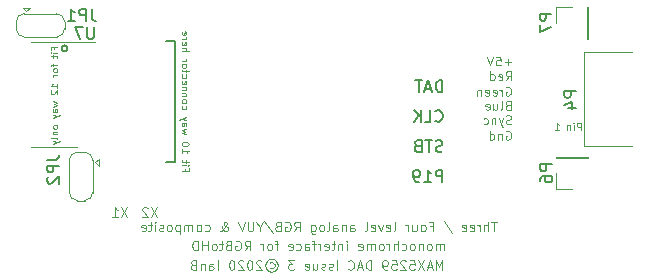
<source format=gbo>
G04 #@! TF.GenerationSoftware,KiCad,Pcbnew,(5.1.4)-1*
G04 #@! TF.CreationDate,2020-02-28T17:04:00+00:00*
G04 #@! TF.ProjectId,analog,616e616c-6f67-42e6-9b69-6361645f7063,rev?*
G04 #@! TF.SameCoordinates,Original*
G04 #@! TF.FileFunction,Legend,Bot*
G04 #@! TF.FilePolarity,Positive*
%FSLAX46Y46*%
G04 Gerber Fmt 4.6, Leading zero omitted, Abs format (unit mm)*
G04 Created by KiCad (PCBNEW (5.1.4)-1) date 2020-02-28 17:04:00*
%MOMM*%
%LPD*%
G04 APERTURE LIST*
%ADD10C,0.120000*%
%ADD11C,0.100000*%
%ADD12C,0.150000*%
G04 APERTURE END LIST*
D10*
X40925219Y-48390864D02*
X40391885Y-49190864D01*
X40391885Y-48390864D02*
X40925219Y-49190864D01*
X40125219Y-48467055D02*
X40087123Y-48428960D01*
X40010933Y-48390864D01*
X39820457Y-48390864D01*
X39744266Y-48428960D01*
X39706171Y-48467055D01*
X39668076Y-48543245D01*
X39668076Y-48619436D01*
X39706171Y-48733721D01*
X40163314Y-49190864D01*
X39668076Y-49190864D01*
X38385219Y-48390864D02*
X37851885Y-49190864D01*
X37851885Y-48390864D02*
X38385219Y-49190864D01*
X37128076Y-49190864D02*
X37585219Y-49190864D01*
X37356647Y-49190864D02*
X37356647Y-48390864D01*
X37432838Y-48505150D01*
X37509028Y-48581340D01*
X37585219Y-48619436D01*
D11*
X76773454Y-41835988D02*
X76773454Y-41235988D01*
X76544882Y-41235988D01*
X76487740Y-41264560D01*
X76459168Y-41293131D01*
X76430597Y-41350274D01*
X76430597Y-41435988D01*
X76459168Y-41493131D01*
X76487740Y-41521702D01*
X76544882Y-41550274D01*
X76773454Y-41550274D01*
X76173454Y-41835988D02*
X76173454Y-41435988D01*
X76173454Y-41235988D02*
X76202025Y-41264560D01*
X76173454Y-41293131D01*
X76144882Y-41264560D01*
X76173454Y-41235988D01*
X76173454Y-41293131D01*
X75887740Y-41435988D02*
X75887740Y-41835988D01*
X75887740Y-41493131D02*
X75859168Y-41464560D01*
X75802025Y-41435988D01*
X75716311Y-41435988D01*
X75659168Y-41464560D01*
X75630597Y-41521702D01*
X75630597Y-41835988D01*
X74573454Y-41835988D02*
X74916311Y-41835988D01*
X74744882Y-41835988D02*
X74744882Y-41235988D01*
X74802025Y-41321702D01*
X74859168Y-41378845D01*
X74916311Y-41407417D01*
X43317657Y-45145245D02*
X43317657Y-45345245D01*
X43003371Y-45345245D02*
X43603371Y-45345245D01*
X43603371Y-45059531D01*
X43003371Y-44830960D02*
X43403371Y-44830960D01*
X43603371Y-44830960D02*
X43574800Y-44859531D01*
X43546228Y-44830960D01*
X43574800Y-44802388D01*
X43603371Y-44830960D01*
X43546228Y-44830960D01*
X43403371Y-44630960D02*
X43403371Y-44402388D01*
X43603371Y-44545245D02*
X43089085Y-44545245D01*
X43031942Y-44516674D01*
X43003371Y-44459531D01*
X43003371Y-44402388D01*
X43003371Y-43430960D02*
X43003371Y-43773817D01*
X43003371Y-43602388D02*
X43603371Y-43602388D01*
X43517657Y-43659531D01*
X43460514Y-43716674D01*
X43431942Y-43773817D01*
X43603371Y-43059531D02*
X43603371Y-43002388D01*
X43574800Y-42945245D01*
X43546228Y-42916674D01*
X43489085Y-42888102D01*
X43374800Y-42859531D01*
X43231942Y-42859531D01*
X43117657Y-42888102D01*
X43060514Y-42916674D01*
X43031942Y-42945245D01*
X43003371Y-43002388D01*
X43003371Y-43059531D01*
X43031942Y-43116674D01*
X43060514Y-43145245D01*
X43117657Y-43173817D01*
X43231942Y-43202388D01*
X43374800Y-43202388D01*
X43489085Y-43173817D01*
X43546228Y-43145245D01*
X43574800Y-43116674D01*
X43603371Y-43059531D01*
X43403371Y-42202388D02*
X43003371Y-42088102D01*
X43289085Y-41973817D01*
X43003371Y-41859531D01*
X43403371Y-41745245D01*
X43003371Y-41259531D02*
X43317657Y-41259531D01*
X43374800Y-41288102D01*
X43403371Y-41345245D01*
X43403371Y-41459531D01*
X43374800Y-41516674D01*
X43031942Y-41259531D02*
X43003371Y-41316674D01*
X43003371Y-41459531D01*
X43031942Y-41516674D01*
X43089085Y-41545245D01*
X43146228Y-41545245D01*
X43203371Y-41516674D01*
X43231942Y-41459531D01*
X43231942Y-41316674D01*
X43260514Y-41259531D01*
X43403371Y-41030960D02*
X43003371Y-40888102D01*
X43403371Y-40745245D02*
X43003371Y-40888102D01*
X42860514Y-40945245D01*
X42831942Y-40973817D01*
X42803371Y-41030960D01*
X43031942Y-39802388D02*
X43003371Y-39859531D01*
X43003371Y-39973817D01*
X43031942Y-40030960D01*
X43060514Y-40059531D01*
X43117657Y-40088102D01*
X43289085Y-40088102D01*
X43346228Y-40059531D01*
X43374800Y-40030960D01*
X43403371Y-39973817D01*
X43403371Y-39859531D01*
X43374800Y-39802388D01*
X43003371Y-39459531D02*
X43031942Y-39516674D01*
X43060514Y-39545245D01*
X43117657Y-39573817D01*
X43289085Y-39573817D01*
X43346228Y-39545245D01*
X43374800Y-39516674D01*
X43403371Y-39459531D01*
X43403371Y-39373817D01*
X43374800Y-39316674D01*
X43346228Y-39288102D01*
X43289085Y-39259531D01*
X43117657Y-39259531D01*
X43060514Y-39288102D01*
X43031942Y-39316674D01*
X43003371Y-39373817D01*
X43003371Y-39459531D01*
X43403371Y-39002388D02*
X43003371Y-39002388D01*
X43346228Y-39002388D02*
X43374800Y-38973817D01*
X43403371Y-38916674D01*
X43403371Y-38830960D01*
X43374800Y-38773817D01*
X43317657Y-38745245D01*
X43003371Y-38745245D01*
X43403371Y-38459531D02*
X43003371Y-38459531D01*
X43346228Y-38459531D02*
X43374800Y-38430960D01*
X43403371Y-38373817D01*
X43403371Y-38288102D01*
X43374800Y-38230960D01*
X43317657Y-38202388D01*
X43003371Y-38202388D01*
X43031942Y-37688102D02*
X43003371Y-37745245D01*
X43003371Y-37859531D01*
X43031942Y-37916674D01*
X43089085Y-37945245D01*
X43317657Y-37945245D01*
X43374800Y-37916674D01*
X43403371Y-37859531D01*
X43403371Y-37745245D01*
X43374800Y-37688102D01*
X43317657Y-37659531D01*
X43260514Y-37659531D01*
X43203371Y-37945245D01*
X43031942Y-37145245D02*
X43003371Y-37202388D01*
X43003371Y-37316674D01*
X43031942Y-37373817D01*
X43060514Y-37402388D01*
X43117657Y-37430960D01*
X43289085Y-37430960D01*
X43346228Y-37402388D01*
X43374800Y-37373817D01*
X43403371Y-37316674D01*
X43403371Y-37202388D01*
X43374800Y-37145245D01*
X43403371Y-36973817D02*
X43403371Y-36745245D01*
X43603371Y-36888102D02*
X43089085Y-36888102D01*
X43031942Y-36859531D01*
X43003371Y-36802388D01*
X43003371Y-36745245D01*
X43003371Y-36459531D02*
X43031942Y-36516674D01*
X43060514Y-36545245D01*
X43117657Y-36573817D01*
X43289085Y-36573817D01*
X43346228Y-36545245D01*
X43374800Y-36516674D01*
X43403371Y-36459531D01*
X43403371Y-36373817D01*
X43374800Y-36316674D01*
X43346228Y-36288102D01*
X43289085Y-36259531D01*
X43117657Y-36259531D01*
X43060514Y-36288102D01*
X43031942Y-36316674D01*
X43003371Y-36373817D01*
X43003371Y-36459531D01*
X43003371Y-36002388D02*
X43403371Y-36002388D01*
X43289085Y-36002388D02*
X43346228Y-35973817D01*
X43374800Y-35945245D01*
X43403371Y-35888102D01*
X43403371Y-35830960D01*
X43003371Y-35173817D02*
X43603371Y-35173817D01*
X43003371Y-34916674D02*
X43317657Y-34916674D01*
X43374800Y-34945245D01*
X43403371Y-35002388D01*
X43403371Y-35088102D01*
X43374800Y-35145245D01*
X43346228Y-35173817D01*
X43031942Y-34402388D02*
X43003371Y-34459531D01*
X43003371Y-34573817D01*
X43031942Y-34630960D01*
X43089085Y-34659531D01*
X43317657Y-34659531D01*
X43374800Y-34630960D01*
X43403371Y-34573817D01*
X43403371Y-34459531D01*
X43374800Y-34402388D01*
X43317657Y-34373817D01*
X43260514Y-34373817D01*
X43203371Y-34659531D01*
X43003371Y-34116674D02*
X43403371Y-34116674D01*
X43289085Y-34116674D02*
X43346228Y-34088102D01*
X43374800Y-34059531D01*
X43403371Y-34002388D01*
X43403371Y-33945245D01*
X43031942Y-33516674D02*
X43003371Y-33573817D01*
X43003371Y-33688102D01*
X43031942Y-33745245D01*
X43089085Y-33773817D01*
X43317657Y-33773817D01*
X43374800Y-33745245D01*
X43403371Y-33688102D01*
X43403371Y-33573817D01*
X43374800Y-33516674D01*
X43317657Y-33488102D01*
X43260514Y-33488102D01*
X43203371Y-33773817D01*
D12*
X42462000Y-34300160D02*
X41700000Y-34300160D01*
X42462000Y-44561760D02*
X42462000Y-34300160D01*
X41649200Y-44561760D02*
X42462000Y-44561760D01*
D10*
X65206371Y-52022964D02*
X65206371Y-51489631D01*
X65206371Y-51565821D02*
X65168276Y-51527726D01*
X65092085Y-51489631D01*
X64977800Y-51489631D01*
X64901609Y-51527726D01*
X64863514Y-51603917D01*
X64863514Y-52022964D01*
X64863514Y-51603917D02*
X64825419Y-51527726D01*
X64749228Y-51489631D01*
X64634942Y-51489631D01*
X64558752Y-51527726D01*
X64520657Y-51603917D01*
X64520657Y-52022964D01*
X64025419Y-52022964D02*
X64101609Y-51984869D01*
X64139704Y-51946774D01*
X64177800Y-51870583D01*
X64177800Y-51642012D01*
X64139704Y-51565821D01*
X64101609Y-51527726D01*
X64025419Y-51489631D01*
X63911133Y-51489631D01*
X63834942Y-51527726D01*
X63796847Y-51565821D01*
X63758752Y-51642012D01*
X63758752Y-51870583D01*
X63796847Y-51946774D01*
X63834942Y-51984869D01*
X63911133Y-52022964D01*
X64025419Y-52022964D01*
X63415895Y-51489631D02*
X63415895Y-52022964D01*
X63415895Y-51565821D02*
X63377800Y-51527726D01*
X63301609Y-51489631D01*
X63187323Y-51489631D01*
X63111133Y-51527726D01*
X63073038Y-51603917D01*
X63073038Y-52022964D01*
X62577800Y-52022964D02*
X62653990Y-51984869D01*
X62692085Y-51946774D01*
X62730180Y-51870583D01*
X62730180Y-51642012D01*
X62692085Y-51565821D01*
X62653990Y-51527726D01*
X62577800Y-51489631D01*
X62463514Y-51489631D01*
X62387323Y-51527726D01*
X62349228Y-51565821D01*
X62311133Y-51642012D01*
X62311133Y-51870583D01*
X62349228Y-51946774D01*
X62387323Y-51984869D01*
X62463514Y-52022964D01*
X62577800Y-52022964D01*
X61625419Y-51984869D02*
X61701609Y-52022964D01*
X61853990Y-52022964D01*
X61930180Y-51984869D01*
X61968276Y-51946774D01*
X62006371Y-51870583D01*
X62006371Y-51642012D01*
X61968276Y-51565821D01*
X61930180Y-51527726D01*
X61853990Y-51489631D01*
X61701609Y-51489631D01*
X61625419Y-51527726D01*
X61282561Y-52022964D02*
X61282561Y-51222964D01*
X60939704Y-52022964D02*
X60939704Y-51603917D01*
X60977800Y-51527726D01*
X61053990Y-51489631D01*
X61168276Y-51489631D01*
X61244466Y-51527726D01*
X61282561Y-51565821D01*
X60558752Y-52022964D02*
X60558752Y-51489631D01*
X60558752Y-51642012D02*
X60520657Y-51565821D01*
X60482561Y-51527726D01*
X60406371Y-51489631D01*
X60330180Y-51489631D01*
X59949228Y-52022964D02*
X60025419Y-51984869D01*
X60063514Y-51946774D01*
X60101609Y-51870583D01*
X60101609Y-51642012D01*
X60063514Y-51565821D01*
X60025419Y-51527726D01*
X59949228Y-51489631D01*
X59834942Y-51489631D01*
X59758752Y-51527726D01*
X59720657Y-51565821D01*
X59682561Y-51642012D01*
X59682561Y-51870583D01*
X59720657Y-51946774D01*
X59758752Y-51984869D01*
X59834942Y-52022964D01*
X59949228Y-52022964D01*
X59339704Y-52022964D02*
X59339704Y-51489631D01*
X59339704Y-51565821D02*
X59301609Y-51527726D01*
X59225419Y-51489631D01*
X59111133Y-51489631D01*
X59034942Y-51527726D01*
X58996847Y-51603917D01*
X58996847Y-52022964D01*
X58996847Y-51603917D02*
X58958752Y-51527726D01*
X58882561Y-51489631D01*
X58768276Y-51489631D01*
X58692085Y-51527726D01*
X58653990Y-51603917D01*
X58653990Y-52022964D01*
X57968276Y-51984869D02*
X58044466Y-52022964D01*
X58196847Y-52022964D01*
X58273038Y-51984869D01*
X58311133Y-51908679D01*
X58311133Y-51603917D01*
X58273038Y-51527726D01*
X58196847Y-51489631D01*
X58044466Y-51489631D01*
X57968276Y-51527726D01*
X57930180Y-51603917D01*
X57930180Y-51680107D01*
X58311133Y-51756298D01*
X56977800Y-52022964D02*
X56977800Y-51489631D01*
X56977800Y-51222964D02*
X57015895Y-51261060D01*
X56977800Y-51299155D01*
X56939704Y-51261060D01*
X56977800Y-51222964D01*
X56977800Y-51299155D01*
X56596847Y-51489631D02*
X56596847Y-52022964D01*
X56596847Y-51565821D02*
X56558752Y-51527726D01*
X56482561Y-51489631D01*
X56368276Y-51489631D01*
X56292085Y-51527726D01*
X56253990Y-51603917D01*
X56253990Y-52022964D01*
X55987323Y-51489631D02*
X55682561Y-51489631D01*
X55873038Y-51222964D02*
X55873038Y-51908679D01*
X55834942Y-51984869D01*
X55758752Y-52022964D01*
X55682561Y-52022964D01*
X55111133Y-51984869D02*
X55187323Y-52022964D01*
X55339704Y-52022964D01*
X55415895Y-51984869D01*
X55453990Y-51908679D01*
X55453990Y-51603917D01*
X55415895Y-51527726D01*
X55339704Y-51489631D01*
X55187323Y-51489631D01*
X55111133Y-51527726D01*
X55073038Y-51603917D01*
X55073038Y-51680107D01*
X55453990Y-51756298D01*
X54730180Y-52022964D02*
X54730180Y-51489631D01*
X54730180Y-51642012D02*
X54692085Y-51565821D01*
X54653990Y-51527726D01*
X54577800Y-51489631D01*
X54501609Y-51489631D01*
X54349228Y-51489631D02*
X54044466Y-51489631D01*
X54234942Y-52022964D02*
X54234942Y-51337250D01*
X54196847Y-51261060D01*
X54120657Y-51222964D01*
X54044466Y-51222964D01*
X53434942Y-52022964D02*
X53434942Y-51603917D01*
X53473038Y-51527726D01*
X53549228Y-51489631D01*
X53701609Y-51489631D01*
X53777800Y-51527726D01*
X53434942Y-51984869D02*
X53511133Y-52022964D01*
X53701609Y-52022964D01*
X53777800Y-51984869D01*
X53815895Y-51908679D01*
X53815895Y-51832488D01*
X53777800Y-51756298D01*
X53701609Y-51718202D01*
X53511133Y-51718202D01*
X53434942Y-51680107D01*
X52711133Y-51984869D02*
X52787323Y-52022964D01*
X52939704Y-52022964D01*
X53015895Y-51984869D01*
X53053990Y-51946774D01*
X53092085Y-51870583D01*
X53092085Y-51642012D01*
X53053990Y-51565821D01*
X53015895Y-51527726D01*
X52939704Y-51489631D01*
X52787323Y-51489631D01*
X52711133Y-51527726D01*
X52063514Y-51984869D02*
X52139704Y-52022964D01*
X52292085Y-52022964D01*
X52368276Y-51984869D01*
X52406371Y-51908679D01*
X52406371Y-51603917D01*
X52368276Y-51527726D01*
X52292085Y-51489631D01*
X52139704Y-51489631D01*
X52063514Y-51527726D01*
X52025419Y-51603917D01*
X52025419Y-51680107D01*
X52406371Y-51756298D01*
X51187323Y-51489631D02*
X50882561Y-51489631D01*
X51073038Y-52022964D02*
X51073038Y-51337250D01*
X51034942Y-51261060D01*
X50958752Y-51222964D01*
X50882561Y-51222964D01*
X50501609Y-52022964D02*
X50577800Y-51984869D01*
X50615895Y-51946774D01*
X50653990Y-51870583D01*
X50653990Y-51642012D01*
X50615895Y-51565821D01*
X50577800Y-51527726D01*
X50501609Y-51489631D01*
X50387323Y-51489631D01*
X50311133Y-51527726D01*
X50273038Y-51565821D01*
X50234942Y-51642012D01*
X50234942Y-51870583D01*
X50273038Y-51946774D01*
X50311133Y-51984869D01*
X50387323Y-52022964D01*
X50501609Y-52022964D01*
X49892085Y-52022964D02*
X49892085Y-51489631D01*
X49892085Y-51642012D02*
X49853990Y-51565821D01*
X49815895Y-51527726D01*
X49739704Y-51489631D01*
X49663514Y-51489631D01*
X48330180Y-52022964D02*
X48596847Y-51642012D01*
X48787323Y-52022964D02*
X48787323Y-51222964D01*
X48482561Y-51222964D01*
X48406371Y-51261060D01*
X48368276Y-51299155D01*
X48330180Y-51375345D01*
X48330180Y-51489631D01*
X48368276Y-51565821D01*
X48406371Y-51603917D01*
X48482561Y-51642012D01*
X48787323Y-51642012D01*
X47568276Y-51261060D02*
X47644466Y-51222964D01*
X47758752Y-51222964D01*
X47873038Y-51261060D01*
X47949228Y-51337250D01*
X47987323Y-51413440D01*
X48025419Y-51565821D01*
X48025419Y-51680107D01*
X47987323Y-51832488D01*
X47949228Y-51908679D01*
X47873038Y-51984869D01*
X47758752Y-52022964D01*
X47682561Y-52022964D01*
X47568276Y-51984869D01*
X47530180Y-51946774D01*
X47530180Y-51680107D01*
X47682561Y-51680107D01*
X46920657Y-51603917D02*
X46806371Y-51642012D01*
X46768276Y-51680107D01*
X46730180Y-51756298D01*
X46730180Y-51870583D01*
X46768276Y-51946774D01*
X46806371Y-51984869D01*
X46882561Y-52022964D01*
X47187323Y-52022964D01*
X47187323Y-51222964D01*
X46920657Y-51222964D01*
X46844466Y-51261060D01*
X46806371Y-51299155D01*
X46768276Y-51375345D01*
X46768276Y-51451536D01*
X46806371Y-51527726D01*
X46844466Y-51565821D01*
X46920657Y-51603917D01*
X47187323Y-51603917D01*
X46501609Y-51489631D02*
X46196847Y-51489631D01*
X46387323Y-51222964D02*
X46387323Y-51908679D01*
X46349228Y-51984869D01*
X46273038Y-52022964D01*
X46196847Y-52022964D01*
X45815895Y-52022964D02*
X45892085Y-51984869D01*
X45930180Y-51946774D01*
X45968276Y-51870583D01*
X45968276Y-51642012D01*
X45930180Y-51565821D01*
X45892085Y-51527726D01*
X45815895Y-51489631D01*
X45701609Y-51489631D01*
X45625419Y-51527726D01*
X45587323Y-51565821D01*
X45549228Y-51642012D01*
X45549228Y-51870583D01*
X45587323Y-51946774D01*
X45625419Y-51984869D01*
X45701609Y-52022964D01*
X45815895Y-52022964D01*
X45206371Y-52022964D02*
X45206371Y-51222964D01*
X45206371Y-51603917D02*
X44749228Y-51603917D01*
X44749228Y-52022964D02*
X44749228Y-51222964D01*
X44368276Y-52022964D02*
X44368276Y-51222964D01*
X44177800Y-51222964D01*
X44063514Y-51261060D01*
X43987323Y-51337250D01*
X43949228Y-51413440D01*
X43911133Y-51565821D01*
X43911133Y-51680107D01*
X43949228Y-51832488D01*
X43987323Y-51908679D01*
X44063514Y-51984869D01*
X44177800Y-52022964D01*
X44368276Y-52022964D01*
D11*
X32182545Y-35003431D02*
X32182545Y-34813431D01*
X32481117Y-34813431D02*
X31911117Y-34813431D01*
X31911117Y-35084860D01*
X32481117Y-35302002D02*
X32101117Y-35302002D01*
X31911117Y-35302002D02*
X31938260Y-35274860D01*
X31965402Y-35302002D01*
X31938260Y-35329145D01*
X31911117Y-35302002D01*
X31965402Y-35302002D01*
X32101117Y-35492002D02*
X32101117Y-35709145D01*
X31911117Y-35573431D02*
X32399688Y-35573431D01*
X32453974Y-35600574D01*
X32481117Y-35654860D01*
X32481117Y-35709145D01*
X32101117Y-36252002D02*
X32101117Y-36469145D01*
X32481117Y-36333431D02*
X31992545Y-36333431D01*
X31938260Y-36360574D01*
X31911117Y-36414860D01*
X31911117Y-36469145D01*
X32481117Y-36740574D02*
X32453974Y-36686288D01*
X32426831Y-36659145D01*
X32372545Y-36632002D01*
X32209688Y-36632002D01*
X32155402Y-36659145D01*
X32128260Y-36686288D01*
X32101117Y-36740574D01*
X32101117Y-36822002D01*
X32128260Y-36876288D01*
X32155402Y-36903431D01*
X32209688Y-36930574D01*
X32372545Y-36930574D01*
X32426831Y-36903431D01*
X32453974Y-36876288D01*
X32481117Y-36822002D01*
X32481117Y-36740574D01*
X32481117Y-37174860D02*
X32101117Y-37174860D01*
X32209688Y-37174860D02*
X32155402Y-37202002D01*
X32128260Y-37229145D01*
X32101117Y-37283431D01*
X32101117Y-37337717D01*
X32481117Y-38260574D02*
X32481117Y-37934860D01*
X32481117Y-38097717D02*
X31911117Y-38097717D01*
X31992545Y-38043431D01*
X32046831Y-37989145D01*
X32073974Y-37934860D01*
X31965402Y-38477717D02*
X31938260Y-38504860D01*
X31911117Y-38559145D01*
X31911117Y-38694860D01*
X31938260Y-38749145D01*
X31965402Y-38776288D01*
X32019688Y-38803431D01*
X32073974Y-38803431D01*
X32155402Y-38776288D01*
X32481117Y-38450574D01*
X32481117Y-38803431D01*
X32101117Y-39427717D02*
X32481117Y-39536288D01*
X32209688Y-39644860D01*
X32481117Y-39753431D01*
X32101117Y-39862002D01*
X32481117Y-40323431D02*
X32182545Y-40323431D01*
X32128260Y-40296288D01*
X32101117Y-40242002D01*
X32101117Y-40133431D01*
X32128260Y-40079145D01*
X32453974Y-40323431D02*
X32481117Y-40269145D01*
X32481117Y-40133431D01*
X32453974Y-40079145D01*
X32399688Y-40052002D01*
X32345402Y-40052002D01*
X32291117Y-40079145D01*
X32263974Y-40133431D01*
X32263974Y-40269145D01*
X32236831Y-40323431D01*
X32101117Y-40540574D02*
X32481117Y-40676288D01*
X32101117Y-40812002D02*
X32481117Y-40676288D01*
X32616831Y-40622002D01*
X32643974Y-40594860D01*
X32671117Y-40540574D01*
X32481117Y-41544860D02*
X32453974Y-41490574D01*
X32426831Y-41463431D01*
X32372545Y-41436288D01*
X32209688Y-41436288D01*
X32155402Y-41463431D01*
X32128260Y-41490574D01*
X32101117Y-41544860D01*
X32101117Y-41626288D01*
X32128260Y-41680574D01*
X32155402Y-41707717D01*
X32209688Y-41734860D01*
X32372545Y-41734860D01*
X32426831Y-41707717D01*
X32453974Y-41680574D01*
X32481117Y-41626288D01*
X32481117Y-41544860D01*
X32101117Y-41979145D02*
X32481117Y-41979145D01*
X32155402Y-41979145D02*
X32128260Y-42006288D01*
X32101117Y-42060574D01*
X32101117Y-42142002D01*
X32128260Y-42196288D01*
X32182545Y-42223431D01*
X32481117Y-42223431D01*
X32481117Y-42576288D02*
X32453974Y-42522002D01*
X32399688Y-42494860D01*
X31911117Y-42494860D01*
X32101117Y-42739145D02*
X32481117Y-42874860D01*
X32101117Y-43010574D02*
X32481117Y-42874860D01*
X32616831Y-42820574D01*
X32643974Y-42793431D01*
X32671117Y-42739145D01*
D12*
X33328161Y-34927540D02*
G75*
G03X33328161Y-34927540I-255747J0D01*
G01*
D11*
X70911625Y-36091091D02*
X70340197Y-36091091D01*
X70625911Y-36376805D02*
X70625911Y-35805377D01*
X69625911Y-35626805D02*
X69983054Y-35626805D01*
X70018768Y-35983948D01*
X69983054Y-35948234D01*
X69911625Y-35912520D01*
X69733054Y-35912520D01*
X69661625Y-35948234D01*
X69625911Y-35983948D01*
X69590197Y-36055377D01*
X69590197Y-36233948D01*
X69625911Y-36305377D01*
X69661625Y-36341091D01*
X69733054Y-36376805D01*
X69911625Y-36376805D01*
X69983054Y-36341091D01*
X70018768Y-36305377D01*
X69375911Y-35626805D02*
X69125911Y-36376805D01*
X68875911Y-35626805D01*
D10*
X69663514Y-49610064D02*
X69206371Y-49610064D01*
X69434942Y-50410064D02*
X69434942Y-49610064D01*
X68939704Y-50410064D02*
X68939704Y-49610064D01*
X68596847Y-50410064D02*
X68596847Y-49991017D01*
X68634942Y-49914826D01*
X68711133Y-49876731D01*
X68825419Y-49876731D01*
X68901609Y-49914826D01*
X68939704Y-49952921D01*
X68215895Y-50410064D02*
X68215895Y-49876731D01*
X68215895Y-50029112D02*
X68177800Y-49952921D01*
X68139704Y-49914826D01*
X68063514Y-49876731D01*
X67987323Y-49876731D01*
X67415895Y-50371969D02*
X67492085Y-50410064D01*
X67644466Y-50410064D01*
X67720657Y-50371969D01*
X67758752Y-50295779D01*
X67758752Y-49991017D01*
X67720657Y-49914826D01*
X67644466Y-49876731D01*
X67492085Y-49876731D01*
X67415895Y-49914826D01*
X67377800Y-49991017D01*
X67377800Y-50067207D01*
X67758752Y-50143398D01*
X66730180Y-50371969D02*
X66806371Y-50410064D01*
X66958752Y-50410064D01*
X67034942Y-50371969D01*
X67073038Y-50295779D01*
X67073038Y-49991017D01*
X67034942Y-49914826D01*
X66958752Y-49876731D01*
X66806371Y-49876731D01*
X66730180Y-49914826D01*
X66692085Y-49991017D01*
X66692085Y-50067207D01*
X67073038Y-50143398D01*
X65168276Y-49571969D02*
X65853990Y-50600540D01*
X64025419Y-49991017D02*
X64292085Y-49991017D01*
X64292085Y-50410064D02*
X64292085Y-49610064D01*
X63911133Y-49610064D01*
X63492085Y-50410064D02*
X63568276Y-50371969D01*
X63606371Y-50333874D01*
X63644466Y-50257683D01*
X63644466Y-50029112D01*
X63606371Y-49952921D01*
X63568276Y-49914826D01*
X63492085Y-49876731D01*
X63377799Y-49876731D01*
X63301609Y-49914826D01*
X63263514Y-49952921D01*
X63225419Y-50029112D01*
X63225419Y-50257683D01*
X63263514Y-50333874D01*
X63301609Y-50371969D01*
X63377799Y-50410064D01*
X63492085Y-50410064D01*
X62539704Y-49876731D02*
X62539704Y-50410064D01*
X62882561Y-49876731D02*
X62882561Y-50295779D01*
X62844466Y-50371969D01*
X62768276Y-50410064D01*
X62653990Y-50410064D01*
X62577799Y-50371969D01*
X62539704Y-50333874D01*
X62158752Y-50410064D02*
X62158752Y-49876731D01*
X62158752Y-50029112D02*
X62120657Y-49952921D01*
X62082561Y-49914826D01*
X62006371Y-49876731D01*
X61930180Y-49876731D01*
X60939704Y-50410064D02*
X61015895Y-50371969D01*
X61053990Y-50295779D01*
X61053990Y-49610064D01*
X60330180Y-50371969D02*
X60406371Y-50410064D01*
X60558752Y-50410064D01*
X60634942Y-50371969D01*
X60673038Y-50295779D01*
X60673038Y-49991017D01*
X60634942Y-49914826D01*
X60558752Y-49876731D01*
X60406371Y-49876731D01*
X60330180Y-49914826D01*
X60292085Y-49991017D01*
X60292085Y-50067207D01*
X60673038Y-50143398D01*
X60025419Y-49876731D02*
X59834942Y-50410064D01*
X59644466Y-49876731D01*
X59034942Y-50371969D02*
X59111133Y-50410064D01*
X59263514Y-50410064D01*
X59339704Y-50371969D01*
X59377799Y-50295779D01*
X59377799Y-49991017D01*
X59339704Y-49914826D01*
X59263514Y-49876731D01*
X59111133Y-49876731D01*
X59034942Y-49914826D01*
X58996847Y-49991017D01*
X58996847Y-50067207D01*
X59377799Y-50143398D01*
X58539704Y-50410064D02*
X58615895Y-50371969D01*
X58653990Y-50295779D01*
X58653990Y-49610064D01*
X57282561Y-50410064D02*
X57282561Y-49991017D01*
X57320657Y-49914826D01*
X57396847Y-49876731D01*
X57549228Y-49876731D01*
X57625419Y-49914826D01*
X57282561Y-50371969D02*
X57358752Y-50410064D01*
X57549228Y-50410064D01*
X57625419Y-50371969D01*
X57663514Y-50295779D01*
X57663514Y-50219588D01*
X57625419Y-50143398D01*
X57549228Y-50105302D01*
X57358752Y-50105302D01*
X57282561Y-50067207D01*
X56901609Y-49876731D02*
X56901609Y-50410064D01*
X56901609Y-49952921D02*
X56863514Y-49914826D01*
X56787323Y-49876731D01*
X56673038Y-49876731D01*
X56596847Y-49914826D01*
X56558752Y-49991017D01*
X56558752Y-50410064D01*
X55834942Y-50410064D02*
X55834942Y-49991017D01*
X55873038Y-49914826D01*
X55949228Y-49876731D01*
X56101609Y-49876731D01*
X56177799Y-49914826D01*
X55834942Y-50371969D02*
X55911133Y-50410064D01*
X56101609Y-50410064D01*
X56177799Y-50371969D01*
X56215895Y-50295779D01*
X56215895Y-50219588D01*
X56177799Y-50143398D01*
X56101609Y-50105302D01*
X55911133Y-50105302D01*
X55834942Y-50067207D01*
X55339704Y-50410064D02*
X55415895Y-50371969D01*
X55453990Y-50295779D01*
X55453990Y-49610064D01*
X54920657Y-50410064D02*
X54996847Y-50371969D01*
X55034942Y-50333874D01*
X55073038Y-50257683D01*
X55073038Y-50029112D01*
X55034942Y-49952921D01*
X54996847Y-49914826D01*
X54920657Y-49876731D01*
X54806371Y-49876731D01*
X54730180Y-49914826D01*
X54692085Y-49952921D01*
X54653990Y-50029112D01*
X54653990Y-50257683D01*
X54692085Y-50333874D01*
X54730180Y-50371969D01*
X54806371Y-50410064D01*
X54920657Y-50410064D01*
X53968276Y-49876731D02*
X53968276Y-50524350D01*
X54006371Y-50600540D01*
X54044466Y-50638636D01*
X54120657Y-50676731D01*
X54234942Y-50676731D01*
X54311133Y-50638636D01*
X53968276Y-50371969D02*
X54044466Y-50410064D01*
X54196847Y-50410064D01*
X54273038Y-50371969D01*
X54311133Y-50333874D01*
X54349228Y-50257683D01*
X54349228Y-50029112D01*
X54311133Y-49952921D01*
X54273038Y-49914826D01*
X54196847Y-49876731D01*
X54044466Y-49876731D01*
X53968276Y-49914826D01*
X52520657Y-50410064D02*
X52787323Y-50029112D01*
X52977799Y-50410064D02*
X52977799Y-49610064D01*
X52673038Y-49610064D01*
X52596847Y-49648160D01*
X52558752Y-49686255D01*
X52520657Y-49762445D01*
X52520657Y-49876731D01*
X52558752Y-49952921D01*
X52596847Y-49991017D01*
X52673038Y-50029112D01*
X52977799Y-50029112D01*
X51758752Y-49648160D02*
X51834942Y-49610064D01*
X51949228Y-49610064D01*
X52063514Y-49648160D01*
X52139704Y-49724350D01*
X52177799Y-49800540D01*
X52215895Y-49952921D01*
X52215895Y-50067207D01*
X52177799Y-50219588D01*
X52139704Y-50295779D01*
X52063514Y-50371969D01*
X51949228Y-50410064D01*
X51873038Y-50410064D01*
X51758752Y-50371969D01*
X51720657Y-50333874D01*
X51720657Y-50067207D01*
X51873038Y-50067207D01*
X51111133Y-49991017D02*
X50996847Y-50029112D01*
X50958752Y-50067207D01*
X50920657Y-50143398D01*
X50920657Y-50257683D01*
X50958752Y-50333874D01*
X50996847Y-50371969D01*
X51073038Y-50410064D01*
X51377799Y-50410064D01*
X51377799Y-49610064D01*
X51111133Y-49610064D01*
X51034942Y-49648160D01*
X50996847Y-49686255D01*
X50958752Y-49762445D01*
X50958752Y-49838636D01*
X50996847Y-49914826D01*
X51034942Y-49952921D01*
X51111133Y-49991017D01*
X51377799Y-49991017D01*
X50006371Y-49571969D02*
X50692085Y-50600540D01*
X49587323Y-50029112D02*
X49587323Y-50410064D01*
X49853990Y-49610064D02*
X49587323Y-50029112D01*
X49320657Y-49610064D01*
X49053990Y-49610064D02*
X49053990Y-50257683D01*
X49015895Y-50333874D01*
X48977799Y-50371969D01*
X48901609Y-50410064D01*
X48749228Y-50410064D01*
X48673038Y-50371969D01*
X48634942Y-50333874D01*
X48596847Y-50257683D01*
X48596847Y-49610064D01*
X48330180Y-49610064D02*
X48063514Y-50410064D01*
X47796847Y-49610064D01*
X46273038Y-50410064D02*
X46311133Y-50410064D01*
X46387323Y-50371969D01*
X46501609Y-50257683D01*
X46692085Y-50029112D01*
X46768276Y-49914826D01*
X46806371Y-49800540D01*
X46806371Y-49724350D01*
X46768276Y-49648160D01*
X46692085Y-49610064D01*
X46653990Y-49610064D01*
X46577799Y-49648160D01*
X46539704Y-49724350D01*
X46539704Y-49762445D01*
X46577799Y-49838636D01*
X46615895Y-49876731D01*
X46844466Y-50029112D01*
X46882561Y-50067207D01*
X46920657Y-50143398D01*
X46920657Y-50257683D01*
X46882561Y-50333874D01*
X46844466Y-50371969D01*
X46768276Y-50410064D01*
X46653990Y-50410064D01*
X46577799Y-50371969D01*
X46539704Y-50333874D01*
X46425419Y-50181493D01*
X46387323Y-50067207D01*
X46387323Y-49991017D01*
X44977799Y-50371969D02*
X45053990Y-50410064D01*
X45206371Y-50410064D01*
X45282561Y-50371969D01*
X45320657Y-50333874D01*
X45358752Y-50257683D01*
X45358752Y-50029112D01*
X45320657Y-49952921D01*
X45282561Y-49914826D01*
X45206371Y-49876731D01*
X45053990Y-49876731D01*
X44977799Y-49914826D01*
X44520657Y-50410064D02*
X44596847Y-50371969D01*
X44634942Y-50333874D01*
X44673038Y-50257683D01*
X44673038Y-50029112D01*
X44634942Y-49952921D01*
X44596847Y-49914826D01*
X44520657Y-49876731D01*
X44406371Y-49876731D01*
X44330180Y-49914826D01*
X44292085Y-49952921D01*
X44253990Y-50029112D01*
X44253990Y-50257683D01*
X44292085Y-50333874D01*
X44330180Y-50371969D01*
X44406371Y-50410064D01*
X44520657Y-50410064D01*
X43911133Y-50410064D02*
X43911133Y-49876731D01*
X43911133Y-49952921D02*
X43873038Y-49914826D01*
X43796847Y-49876731D01*
X43682561Y-49876731D01*
X43606371Y-49914826D01*
X43568276Y-49991017D01*
X43568276Y-50410064D01*
X43568276Y-49991017D02*
X43530180Y-49914826D01*
X43453990Y-49876731D01*
X43339704Y-49876731D01*
X43263514Y-49914826D01*
X43225419Y-49991017D01*
X43225419Y-50410064D01*
X42844466Y-49876731D02*
X42844466Y-50676731D01*
X42844466Y-49914826D02*
X42768276Y-49876731D01*
X42615895Y-49876731D01*
X42539704Y-49914826D01*
X42501609Y-49952921D01*
X42463514Y-50029112D01*
X42463514Y-50257683D01*
X42501609Y-50333874D01*
X42539704Y-50371969D01*
X42615895Y-50410064D01*
X42768276Y-50410064D01*
X42844466Y-50371969D01*
X42006371Y-50410064D02*
X42082561Y-50371969D01*
X42120657Y-50333874D01*
X42158752Y-50257683D01*
X42158752Y-50029112D01*
X42120657Y-49952921D01*
X42082561Y-49914826D01*
X42006371Y-49876731D01*
X41892085Y-49876731D01*
X41815895Y-49914826D01*
X41777799Y-49952921D01*
X41739704Y-50029112D01*
X41739704Y-50257683D01*
X41777799Y-50333874D01*
X41815895Y-50371969D01*
X41892085Y-50410064D01*
X42006371Y-50410064D01*
X41434942Y-50371969D02*
X41358752Y-50410064D01*
X41206371Y-50410064D01*
X41130180Y-50371969D01*
X41092085Y-50295779D01*
X41092085Y-50257683D01*
X41130180Y-50181493D01*
X41206371Y-50143398D01*
X41320657Y-50143398D01*
X41396847Y-50105302D01*
X41434942Y-50029112D01*
X41434942Y-49991017D01*
X41396847Y-49914826D01*
X41320657Y-49876731D01*
X41206371Y-49876731D01*
X41130180Y-49914826D01*
X40749228Y-50410064D02*
X40749228Y-49876731D01*
X40749228Y-49610064D02*
X40787323Y-49648160D01*
X40749228Y-49686255D01*
X40711133Y-49648160D01*
X40749228Y-49610064D01*
X40749228Y-49686255D01*
X40482561Y-49876731D02*
X40177799Y-49876731D01*
X40368276Y-49610064D02*
X40368276Y-50295779D01*
X40330180Y-50371969D01*
X40253990Y-50410064D01*
X40177799Y-50410064D01*
X39606371Y-50371969D02*
X39682561Y-50410064D01*
X39834942Y-50410064D01*
X39911133Y-50371969D01*
X39949228Y-50295779D01*
X39949228Y-49991017D01*
X39911133Y-49914826D01*
X39834942Y-49876731D01*
X39682561Y-49876731D01*
X39606371Y-49914826D01*
X39568276Y-49991017D01*
X39568276Y-50067207D01*
X39949228Y-50143398D01*
D12*
X65063085Y-46233340D02*
X65063085Y-45233340D01*
X64682133Y-45233340D01*
X64586895Y-45280960D01*
X64539276Y-45328579D01*
X64491657Y-45423817D01*
X64491657Y-45566674D01*
X64539276Y-45661912D01*
X64586895Y-45709531D01*
X64682133Y-45757150D01*
X65063085Y-45757150D01*
X63539276Y-46233340D02*
X64110704Y-46233340D01*
X63824990Y-46233340D02*
X63824990Y-45233340D01*
X63920228Y-45376198D01*
X64015466Y-45471436D01*
X64110704Y-45519055D01*
X63063085Y-46233340D02*
X62872609Y-46233340D01*
X62777371Y-46185721D01*
X62729752Y-46138102D01*
X62634514Y-45995245D01*
X62586895Y-45804769D01*
X62586895Y-45423817D01*
X62634514Y-45328579D01*
X62682133Y-45280960D01*
X62777371Y-45233340D01*
X62967847Y-45233340D01*
X63063085Y-45280960D01*
X63110704Y-45328579D01*
X63158323Y-45423817D01*
X63158323Y-45661912D01*
X63110704Y-45757150D01*
X63063085Y-45804769D01*
X62967847Y-45852388D01*
X62777371Y-45852388D01*
X62682133Y-45804769D01*
X62634514Y-45757150D01*
X62586895Y-45661912D01*
D10*
X65066671Y-53686664D02*
X65066671Y-52886664D01*
X64800004Y-53458093D01*
X64533338Y-52886664D01*
X64533338Y-53686664D01*
X64190480Y-53458093D02*
X63809528Y-53458093D01*
X64266671Y-53686664D02*
X64000004Y-52886664D01*
X63733338Y-53686664D01*
X63542861Y-52886664D02*
X63009528Y-53686664D01*
X63009528Y-52886664D02*
X63542861Y-53686664D01*
X62323814Y-52886664D02*
X62704766Y-52886664D01*
X62742861Y-53267617D01*
X62704766Y-53229521D01*
X62628576Y-53191426D01*
X62438100Y-53191426D01*
X62361909Y-53229521D01*
X62323814Y-53267617D01*
X62285719Y-53343807D01*
X62285719Y-53534283D01*
X62323814Y-53610474D01*
X62361909Y-53648569D01*
X62438100Y-53686664D01*
X62628576Y-53686664D01*
X62704766Y-53648569D01*
X62742861Y-53610474D01*
X61980957Y-52962855D02*
X61942861Y-52924760D01*
X61866671Y-52886664D01*
X61676195Y-52886664D01*
X61600004Y-52924760D01*
X61561909Y-52962855D01*
X61523814Y-53039045D01*
X61523814Y-53115236D01*
X61561909Y-53229521D01*
X62019052Y-53686664D01*
X61523814Y-53686664D01*
X60800004Y-52886664D02*
X61180957Y-52886664D01*
X61219052Y-53267617D01*
X61180957Y-53229521D01*
X61104766Y-53191426D01*
X60914290Y-53191426D01*
X60838100Y-53229521D01*
X60800004Y-53267617D01*
X60761909Y-53343807D01*
X60761909Y-53534283D01*
X60800004Y-53610474D01*
X60838100Y-53648569D01*
X60914290Y-53686664D01*
X61104766Y-53686664D01*
X61180957Y-53648569D01*
X61219052Y-53610474D01*
X60380957Y-53686664D02*
X60228576Y-53686664D01*
X60152385Y-53648569D01*
X60114290Y-53610474D01*
X60038100Y-53496188D01*
X60000004Y-53343807D01*
X60000004Y-53039045D01*
X60038100Y-52962855D01*
X60076195Y-52924760D01*
X60152385Y-52886664D01*
X60304766Y-52886664D01*
X60380957Y-52924760D01*
X60419052Y-52962855D01*
X60457147Y-53039045D01*
X60457147Y-53229521D01*
X60419052Y-53305712D01*
X60380957Y-53343807D01*
X60304766Y-53381902D01*
X60152385Y-53381902D01*
X60076195Y-53343807D01*
X60038100Y-53305712D01*
X60000004Y-53229521D01*
X59047623Y-53686664D02*
X59047623Y-52886664D01*
X58857147Y-52886664D01*
X58742861Y-52924760D01*
X58666671Y-53000950D01*
X58628576Y-53077140D01*
X58590480Y-53229521D01*
X58590480Y-53343807D01*
X58628576Y-53496188D01*
X58666671Y-53572379D01*
X58742861Y-53648569D01*
X58857147Y-53686664D01*
X59047623Y-53686664D01*
X58285719Y-53458093D02*
X57904766Y-53458093D01*
X58361909Y-53686664D02*
X58095242Y-52886664D01*
X57828576Y-53686664D01*
X57104766Y-53610474D02*
X57142861Y-53648569D01*
X57257147Y-53686664D01*
X57333338Y-53686664D01*
X57447623Y-53648569D01*
X57523814Y-53572379D01*
X57561909Y-53496188D01*
X57600004Y-53343807D01*
X57600004Y-53229521D01*
X57561909Y-53077140D01*
X57523814Y-53000950D01*
X57447623Y-52924760D01*
X57333338Y-52886664D01*
X57257147Y-52886664D01*
X57142861Y-52924760D01*
X57104766Y-52962855D01*
X56152385Y-53686664D02*
X56152385Y-52886664D01*
X55809528Y-53648569D02*
X55733338Y-53686664D01*
X55580957Y-53686664D01*
X55504766Y-53648569D01*
X55466671Y-53572379D01*
X55466671Y-53534283D01*
X55504766Y-53458093D01*
X55580957Y-53419998D01*
X55695242Y-53419998D01*
X55771433Y-53381902D01*
X55809528Y-53305712D01*
X55809528Y-53267617D01*
X55771433Y-53191426D01*
X55695242Y-53153331D01*
X55580957Y-53153331D01*
X55504766Y-53191426D01*
X55161909Y-53648569D02*
X55085719Y-53686664D01*
X54933338Y-53686664D01*
X54857147Y-53648569D01*
X54819052Y-53572379D01*
X54819052Y-53534283D01*
X54857147Y-53458093D01*
X54933338Y-53419998D01*
X55047623Y-53419998D01*
X55123814Y-53381902D01*
X55161909Y-53305712D01*
X55161909Y-53267617D01*
X55123814Y-53191426D01*
X55047623Y-53153331D01*
X54933338Y-53153331D01*
X54857147Y-53191426D01*
X54133338Y-53153331D02*
X54133338Y-53686664D01*
X54476195Y-53153331D02*
X54476195Y-53572379D01*
X54438100Y-53648569D01*
X54361909Y-53686664D01*
X54247623Y-53686664D01*
X54171433Y-53648569D01*
X54133338Y-53610474D01*
X53447623Y-53648569D02*
X53523814Y-53686664D01*
X53676195Y-53686664D01*
X53752385Y-53648569D01*
X53790480Y-53572379D01*
X53790480Y-53267617D01*
X53752385Y-53191426D01*
X53676195Y-53153331D01*
X53523814Y-53153331D01*
X53447623Y-53191426D01*
X53409528Y-53267617D01*
X53409528Y-53343807D01*
X53790480Y-53419998D01*
X52533338Y-52886664D02*
X52038100Y-52886664D01*
X52304766Y-53191426D01*
X52190480Y-53191426D01*
X52114290Y-53229521D01*
X52076195Y-53267617D01*
X52038100Y-53343807D01*
X52038100Y-53534283D01*
X52076195Y-53610474D01*
X52114290Y-53648569D01*
X52190480Y-53686664D01*
X52419052Y-53686664D01*
X52495242Y-53648569D01*
X52533338Y-53610474D01*
X50438100Y-53077140D02*
X50514290Y-53039045D01*
X50666671Y-53039045D01*
X50742861Y-53077140D01*
X50819052Y-53153331D01*
X50857147Y-53229521D01*
X50857147Y-53381902D01*
X50819052Y-53458093D01*
X50742861Y-53534283D01*
X50666671Y-53572379D01*
X50514290Y-53572379D01*
X50438100Y-53534283D01*
X50590480Y-52772379D02*
X50780957Y-52810474D01*
X50971433Y-52924760D01*
X51085719Y-53115236D01*
X51123814Y-53305712D01*
X51085719Y-53496188D01*
X50971433Y-53686664D01*
X50780957Y-53800950D01*
X50590480Y-53839045D01*
X50400004Y-53800950D01*
X50209528Y-53686664D01*
X50095242Y-53496188D01*
X50057147Y-53305712D01*
X50095242Y-53115236D01*
X50209528Y-52924760D01*
X50400004Y-52810474D01*
X50590480Y-52772379D01*
X49752385Y-52962855D02*
X49714290Y-52924760D01*
X49638100Y-52886664D01*
X49447623Y-52886664D01*
X49371433Y-52924760D01*
X49333338Y-52962855D01*
X49295242Y-53039045D01*
X49295242Y-53115236D01*
X49333338Y-53229521D01*
X49790480Y-53686664D01*
X49295242Y-53686664D01*
X48800004Y-52886664D02*
X48723814Y-52886664D01*
X48647623Y-52924760D01*
X48609528Y-52962855D01*
X48571433Y-53039045D01*
X48533338Y-53191426D01*
X48533338Y-53381902D01*
X48571433Y-53534283D01*
X48609528Y-53610474D01*
X48647623Y-53648569D01*
X48723814Y-53686664D01*
X48800004Y-53686664D01*
X48876195Y-53648569D01*
X48914290Y-53610474D01*
X48952385Y-53534283D01*
X48990480Y-53381902D01*
X48990480Y-53191426D01*
X48952385Y-53039045D01*
X48914290Y-52962855D01*
X48876195Y-52924760D01*
X48800004Y-52886664D01*
X48228576Y-52962855D02*
X48190480Y-52924760D01*
X48114290Y-52886664D01*
X47923814Y-52886664D01*
X47847623Y-52924760D01*
X47809528Y-52962855D01*
X47771433Y-53039045D01*
X47771433Y-53115236D01*
X47809528Y-53229521D01*
X48266671Y-53686664D01*
X47771433Y-53686664D01*
X47276195Y-52886664D02*
X47200004Y-52886664D01*
X47123814Y-52924760D01*
X47085719Y-52962855D01*
X47047623Y-53039045D01*
X47009528Y-53191426D01*
X47009528Y-53381902D01*
X47047623Y-53534283D01*
X47085719Y-53610474D01*
X47123814Y-53648569D01*
X47200004Y-53686664D01*
X47276195Y-53686664D01*
X47352385Y-53648569D01*
X47390480Y-53610474D01*
X47428576Y-53534283D01*
X47466671Y-53381902D01*
X47466671Y-53191426D01*
X47428576Y-53039045D01*
X47390480Y-52962855D01*
X47352385Y-52924760D01*
X47276195Y-52886664D01*
X46057147Y-53686664D02*
X46057147Y-52886664D01*
X45333338Y-53686664D02*
X45333338Y-53267617D01*
X45371433Y-53191426D01*
X45447623Y-53153331D01*
X45600004Y-53153331D01*
X45676195Y-53191426D01*
X45333338Y-53648569D02*
X45409528Y-53686664D01*
X45600004Y-53686664D01*
X45676195Y-53648569D01*
X45714290Y-53572379D01*
X45714290Y-53496188D01*
X45676195Y-53419998D01*
X45600004Y-53381902D01*
X45409528Y-53381902D01*
X45333338Y-53343807D01*
X44952385Y-53153331D02*
X44952385Y-53686664D01*
X44952385Y-53229521D02*
X44914290Y-53191426D01*
X44838100Y-53153331D01*
X44723814Y-53153331D01*
X44647623Y-53191426D01*
X44609528Y-53267617D01*
X44609528Y-53686664D01*
X43961909Y-53267617D02*
X43847623Y-53305712D01*
X43809528Y-53343807D01*
X43771433Y-53419998D01*
X43771433Y-53534283D01*
X43809528Y-53610474D01*
X43847623Y-53648569D01*
X43923814Y-53686664D01*
X44228576Y-53686664D01*
X44228576Y-52886664D01*
X43961909Y-52886664D01*
X43885719Y-52924760D01*
X43847623Y-52962855D01*
X43809528Y-53039045D01*
X43809528Y-53115236D01*
X43847623Y-53191426D01*
X43885719Y-53229521D01*
X43961909Y-53267617D01*
X44228576Y-53267617D01*
D11*
X70452342Y-41971880D02*
X70523771Y-41936165D01*
X70630914Y-41936165D01*
X70738057Y-41971880D01*
X70809485Y-42043308D01*
X70845200Y-42114737D01*
X70880914Y-42257594D01*
X70880914Y-42364737D01*
X70845200Y-42507594D01*
X70809485Y-42579022D01*
X70738057Y-42650451D01*
X70630914Y-42686165D01*
X70559485Y-42686165D01*
X70452342Y-42650451D01*
X70416628Y-42614737D01*
X70416628Y-42364737D01*
X70559485Y-42364737D01*
X70095200Y-42186165D02*
X70095200Y-42686165D01*
X70095200Y-42257594D02*
X70059485Y-42221880D01*
X69988057Y-42186165D01*
X69880914Y-42186165D01*
X69809485Y-42221880D01*
X69773771Y-42293308D01*
X69773771Y-42686165D01*
X69095200Y-42686165D02*
X69095200Y-41936165D01*
X69095200Y-42650451D02*
X69166628Y-42686165D01*
X69309485Y-42686165D01*
X69380914Y-42650451D01*
X69416628Y-42614737D01*
X69452342Y-42543308D01*
X69452342Y-42329022D01*
X69416628Y-42257594D01*
X69380914Y-42221880D01*
X69309485Y-42186165D01*
X69166628Y-42186165D01*
X69095200Y-42221880D01*
X70881994Y-41319491D02*
X70774851Y-41355205D01*
X70596280Y-41355205D01*
X70524851Y-41319491D01*
X70489137Y-41283777D01*
X70453422Y-41212348D01*
X70453422Y-41140920D01*
X70489137Y-41069491D01*
X70524851Y-41033777D01*
X70596280Y-40998062D01*
X70739137Y-40962348D01*
X70810565Y-40926634D01*
X70846280Y-40890920D01*
X70881994Y-40819491D01*
X70881994Y-40748062D01*
X70846280Y-40676634D01*
X70810565Y-40640920D01*
X70739137Y-40605205D01*
X70560565Y-40605205D01*
X70453422Y-40640920D01*
X70203422Y-40855205D02*
X70024851Y-41355205D01*
X69846280Y-40855205D02*
X70024851Y-41355205D01*
X70096280Y-41533777D01*
X70131994Y-41569491D01*
X70203422Y-41605205D01*
X69560565Y-40855205D02*
X69560565Y-41355205D01*
X69560565Y-40926634D02*
X69524851Y-40890920D01*
X69453422Y-40855205D01*
X69346280Y-40855205D01*
X69274851Y-40890920D01*
X69239137Y-40962348D01*
X69239137Y-41355205D01*
X68560565Y-41319491D02*
X68631994Y-41355205D01*
X68774851Y-41355205D01*
X68846280Y-41319491D01*
X68881994Y-41283777D01*
X68917708Y-41212348D01*
X68917708Y-40998062D01*
X68881994Y-40926634D01*
X68846280Y-40890920D01*
X68774851Y-40855205D01*
X68631994Y-40855205D01*
X68560565Y-40890920D01*
X70429251Y-37626485D02*
X70679251Y-37269342D01*
X70857822Y-37626485D02*
X70857822Y-36876485D01*
X70572108Y-36876485D01*
X70500680Y-36912200D01*
X70464965Y-36947914D01*
X70429251Y-37019342D01*
X70429251Y-37126485D01*
X70464965Y-37197914D01*
X70500680Y-37233628D01*
X70572108Y-37269342D01*
X70857822Y-37269342D01*
X69822108Y-37590771D02*
X69893537Y-37626485D01*
X70036394Y-37626485D01*
X70107822Y-37590771D01*
X70143537Y-37519342D01*
X70143537Y-37233628D01*
X70107822Y-37162200D01*
X70036394Y-37126485D01*
X69893537Y-37126485D01*
X69822108Y-37162200D01*
X69786394Y-37233628D01*
X69786394Y-37305057D01*
X70143537Y-37376485D01*
X69143537Y-37626485D02*
X69143537Y-36876485D01*
X69143537Y-37590771D02*
X69214965Y-37626485D01*
X69357822Y-37626485D01*
X69429251Y-37590771D01*
X69464965Y-37555057D01*
X69500680Y-37483628D01*
X69500680Y-37269342D01*
X69464965Y-37197914D01*
X69429251Y-37162200D01*
X69357822Y-37126485D01*
X69214965Y-37126485D01*
X69143537Y-37162200D01*
X70462277Y-38225380D02*
X70533705Y-38189665D01*
X70640848Y-38189665D01*
X70747991Y-38225380D01*
X70819420Y-38296808D01*
X70855134Y-38368237D01*
X70890848Y-38511094D01*
X70890848Y-38618237D01*
X70855134Y-38761094D01*
X70819420Y-38832522D01*
X70747991Y-38903951D01*
X70640848Y-38939665D01*
X70569420Y-38939665D01*
X70462277Y-38903951D01*
X70426562Y-38868237D01*
X70426562Y-38618237D01*
X70569420Y-38618237D01*
X70105134Y-38939665D02*
X70105134Y-38439665D01*
X70105134Y-38582522D02*
X70069420Y-38511094D01*
X70033705Y-38475380D01*
X69962277Y-38439665D01*
X69890848Y-38439665D01*
X69355134Y-38903951D02*
X69426562Y-38939665D01*
X69569420Y-38939665D01*
X69640848Y-38903951D01*
X69676562Y-38832522D01*
X69676562Y-38546808D01*
X69640848Y-38475380D01*
X69569420Y-38439665D01*
X69426562Y-38439665D01*
X69355134Y-38475380D01*
X69319420Y-38546808D01*
X69319420Y-38618237D01*
X69676562Y-38689665D01*
X68712277Y-38903951D02*
X68783705Y-38939665D01*
X68926562Y-38939665D01*
X68997991Y-38903951D01*
X69033705Y-38832522D01*
X69033705Y-38546808D01*
X68997991Y-38475380D01*
X68926562Y-38439665D01*
X68783705Y-38439665D01*
X68712277Y-38475380D01*
X68676562Y-38546808D01*
X68676562Y-38618237D01*
X69033705Y-38689665D01*
X68355134Y-38439665D02*
X68355134Y-38939665D01*
X68355134Y-38511094D02*
X68319420Y-38475380D01*
X68247991Y-38439665D01*
X68140848Y-38439665D01*
X68069420Y-38475380D01*
X68033705Y-38546808D01*
X68033705Y-38939665D01*
X70601051Y-39753308D02*
X70493908Y-39789022D01*
X70458194Y-39824737D01*
X70422480Y-39896165D01*
X70422480Y-40003308D01*
X70458194Y-40074737D01*
X70493908Y-40110451D01*
X70565337Y-40146165D01*
X70851051Y-40146165D01*
X70851051Y-39396165D01*
X70601051Y-39396165D01*
X70529622Y-39431880D01*
X70493908Y-39467594D01*
X70458194Y-39539022D01*
X70458194Y-39610451D01*
X70493908Y-39681880D01*
X70529622Y-39717594D01*
X70601051Y-39753308D01*
X70851051Y-39753308D01*
X69993908Y-40146165D02*
X70065337Y-40110451D01*
X70101051Y-40039022D01*
X70101051Y-39396165D01*
X69386765Y-39646165D02*
X69386765Y-40146165D01*
X69708194Y-39646165D02*
X69708194Y-40039022D01*
X69672480Y-40110451D01*
X69601051Y-40146165D01*
X69493908Y-40146165D01*
X69422480Y-40110451D01*
X69386765Y-40074737D01*
X68743908Y-40110451D02*
X68815337Y-40146165D01*
X68958194Y-40146165D01*
X69029622Y-40110451D01*
X69065337Y-40039022D01*
X69065337Y-39753308D01*
X69029622Y-39681880D01*
X68958194Y-39646165D01*
X68815337Y-39646165D01*
X68743908Y-39681880D01*
X68708194Y-39753308D01*
X68708194Y-39824737D01*
X69065337Y-39896165D01*
D12*
X65066266Y-43645721D02*
X64923409Y-43693340D01*
X64685314Y-43693340D01*
X64590076Y-43645721D01*
X64542457Y-43598102D01*
X64494838Y-43502864D01*
X64494838Y-43407626D01*
X64542457Y-43312388D01*
X64590076Y-43264769D01*
X64685314Y-43217150D01*
X64875790Y-43169531D01*
X64971028Y-43121912D01*
X65018647Y-43074293D01*
X65066266Y-42979055D01*
X65066266Y-42883817D01*
X65018647Y-42788579D01*
X64971028Y-42740960D01*
X64875790Y-42693340D01*
X64637695Y-42693340D01*
X64494838Y-42740960D01*
X64209123Y-42693340D02*
X63637695Y-42693340D01*
X63923409Y-43693340D02*
X63923409Y-42693340D01*
X62971028Y-43169531D02*
X62828171Y-43217150D01*
X62780552Y-43264769D01*
X62732933Y-43360007D01*
X62732933Y-43502864D01*
X62780552Y-43598102D01*
X62828171Y-43645721D01*
X62923409Y-43693340D01*
X63304361Y-43693340D01*
X63304361Y-42693340D01*
X62971028Y-42693340D01*
X62875790Y-42740960D01*
X62828171Y-42788579D01*
X62780552Y-42883817D01*
X62780552Y-42979055D01*
X62828171Y-43074293D01*
X62875790Y-43121912D01*
X62971028Y-43169531D01*
X63304361Y-43169531D01*
X64469438Y-41058102D02*
X64517057Y-41105721D01*
X64659914Y-41153340D01*
X64755152Y-41153340D01*
X64898009Y-41105721D01*
X64993247Y-41010483D01*
X65040866Y-40915245D01*
X65088485Y-40724769D01*
X65088485Y-40581912D01*
X65040866Y-40391436D01*
X64993247Y-40296198D01*
X64898009Y-40200960D01*
X64755152Y-40153340D01*
X64659914Y-40153340D01*
X64517057Y-40200960D01*
X64469438Y-40248579D01*
X63564676Y-41153340D02*
X64040866Y-41153340D01*
X64040866Y-40153340D01*
X63231342Y-41153340D02*
X63231342Y-40153340D01*
X62659914Y-41153340D02*
X63088485Y-40581912D01*
X62659914Y-40153340D02*
X63231342Y-40724769D01*
X65072628Y-38638740D02*
X65072628Y-37638740D01*
X64834533Y-37638740D01*
X64691676Y-37686360D01*
X64596438Y-37781598D01*
X64548819Y-37876836D01*
X64501200Y-38067312D01*
X64501200Y-38210169D01*
X64548819Y-38400645D01*
X64596438Y-38495883D01*
X64691676Y-38591121D01*
X64834533Y-38638740D01*
X65072628Y-38638740D01*
X64120247Y-38353026D02*
X63644057Y-38353026D01*
X64215485Y-38638740D02*
X63882152Y-37638740D01*
X63548819Y-38638740D01*
X63358342Y-37638740D02*
X62786914Y-37638740D01*
X63072628Y-38638740D02*
X63072628Y-37638740D01*
D10*
X74710800Y-44170960D02*
X77370800Y-44170960D01*
X74710800Y-44230960D02*
X74710800Y-44170960D01*
X77370800Y-44230960D02*
X77370800Y-44170960D01*
X74710800Y-44230960D02*
X77370800Y-44230960D01*
X74710800Y-45500960D02*
X74710800Y-46830960D01*
X74710800Y-46830960D02*
X76040800Y-46830960D01*
X32191280Y-43279220D02*
X30241280Y-43279220D01*
X32191280Y-43279220D02*
X34141280Y-43279220D01*
X32191280Y-34409220D02*
X30241280Y-34409220D01*
X32191280Y-34409220D02*
X35641280Y-34409220D01*
X28982000Y-33284440D02*
G75*
G03X29682000Y-33984440I700000J0D01*
G01*
X29682000Y-31984440D02*
G75*
G03X28982000Y-32684440I0J-700000D01*
G01*
X33082000Y-32684440D02*
G75*
G03X32382000Y-31984440I-700000J0D01*
G01*
X32382000Y-33984440D02*
G75*
G03X33082000Y-33284440I0J700000D01*
G01*
X29632000Y-33984440D02*
X32432000Y-33984440D01*
X33082000Y-33284440D02*
X33082000Y-32684440D01*
X32432000Y-31984440D02*
X29632000Y-31984440D01*
X28982000Y-32684440D02*
X28982000Y-33284440D01*
X29832000Y-31784440D02*
X29532000Y-31484440D01*
X29532000Y-31484440D02*
X30132000Y-31484440D01*
X29832000Y-31784440D02*
X30132000Y-31484440D01*
X35676240Y-44565720D02*
X35976240Y-44865720D01*
X35976240Y-44265720D02*
X35976240Y-44865720D01*
X35676240Y-44565720D02*
X35976240Y-44265720D01*
X34776240Y-43715720D02*
X34176240Y-43715720D01*
X35476240Y-47165720D02*
X35476240Y-44365720D01*
X34176240Y-47815720D02*
X34776240Y-47815720D01*
X33476240Y-44365720D02*
X33476240Y-47165720D01*
X33476240Y-47115720D02*
G75*
G03X34176240Y-47815720I700000J0D01*
G01*
X34776240Y-47815720D02*
G75*
G03X35476240Y-47115720I0J700000D01*
G01*
X35476240Y-44415720D02*
G75*
G03X34776240Y-43715720I-700000J0D01*
G01*
X34176240Y-43715720D02*
G75*
G03X33476240Y-44415720I0J-700000D01*
G01*
X77370800Y-31471560D02*
X77370800Y-34131560D01*
X77310800Y-31471560D02*
X77370800Y-31471560D01*
X77310800Y-34131560D02*
X77370800Y-34131560D01*
X77310800Y-31471560D02*
X77310800Y-34131560D01*
X76040800Y-31471560D02*
X74710800Y-31471560D01*
X74710800Y-31471560D02*
X74710800Y-32801560D01*
X81102000Y-43200960D02*
X77102000Y-43200960D01*
X77102000Y-43200960D02*
X77102000Y-35200960D01*
X77102000Y-35200960D02*
X81102000Y-35200960D01*
D12*
X74359580Y-44762864D02*
X73359580Y-44762864D01*
X73359580Y-45143817D01*
X73407200Y-45239055D01*
X73454819Y-45286674D01*
X73550057Y-45334293D01*
X73692914Y-45334293D01*
X73788152Y-45286674D01*
X73835771Y-45239055D01*
X73883390Y-45143817D01*
X73883390Y-44762864D01*
X73359580Y-46191436D02*
X73359580Y-46000960D01*
X73407200Y-45905721D01*
X73454819Y-45858102D01*
X73597676Y-45762864D01*
X73788152Y-45715245D01*
X74169104Y-45715245D01*
X74264342Y-45762864D01*
X74311961Y-45810483D01*
X74359580Y-45905721D01*
X74359580Y-46096198D01*
X74311961Y-46191436D01*
X74264342Y-46239055D01*
X74169104Y-46286674D01*
X73931009Y-46286674D01*
X73835771Y-46239055D01*
X73788152Y-46191436D01*
X73740533Y-46096198D01*
X73740533Y-45905721D01*
X73788152Y-45810483D01*
X73835771Y-45762864D01*
X73931009Y-45715245D01*
X35569384Y-33142940D02*
X35569384Y-33952464D01*
X35521765Y-34047702D01*
X35474146Y-34095321D01*
X35378908Y-34142940D01*
X35188432Y-34142940D01*
X35093194Y-34095321D01*
X35045575Y-34047702D01*
X34997956Y-33952464D01*
X34997956Y-33142940D01*
X34617003Y-33142940D02*
X33950337Y-33142940D01*
X34378908Y-34142940D01*
X35362913Y-31598620D02*
X35362913Y-32312906D01*
X35410532Y-32455763D01*
X35505770Y-32551001D01*
X35648627Y-32598620D01*
X35743865Y-32598620D01*
X34886722Y-32598620D02*
X34886722Y-31598620D01*
X34505770Y-31598620D01*
X34410532Y-31646240D01*
X34362913Y-31693859D01*
X34315294Y-31789097D01*
X34315294Y-31931954D01*
X34362913Y-32027192D01*
X34410532Y-32074811D01*
X34505770Y-32122430D01*
X34886722Y-32122430D01*
X33362913Y-32598620D02*
X33934341Y-32598620D01*
X33648627Y-32598620D02*
X33648627Y-31598620D01*
X33743865Y-31741478D01*
X33839103Y-31836716D01*
X33934341Y-31884335D01*
X31601980Y-44386286D02*
X32316266Y-44386286D01*
X32459123Y-44338667D01*
X32554361Y-44243429D01*
X32601980Y-44100572D01*
X32601980Y-44005334D01*
X32601980Y-44862477D02*
X31601980Y-44862477D01*
X31601980Y-45243429D01*
X31649600Y-45338667D01*
X31697219Y-45386286D01*
X31792457Y-45433905D01*
X31935314Y-45433905D01*
X32030552Y-45386286D01*
X32078171Y-45338667D01*
X32125790Y-45243429D01*
X32125790Y-44862477D01*
X31697219Y-45814858D02*
X31649600Y-45862477D01*
X31601980Y-45957715D01*
X31601980Y-46195810D01*
X31649600Y-46291048D01*
X31697219Y-46338667D01*
X31792457Y-46386286D01*
X31887695Y-46386286D01*
X32030552Y-46338667D01*
X32601980Y-45767239D01*
X32601980Y-46386286D01*
X74308780Y-32012664D02*
X73308780Y-32012664D01*
X73308780Y-32393617D01*
X73356400Y-32488855D01*
X73404019Y-32536474D01*
X73499257Y-32584093D01*
X73642114Y-32584093D01*
X73737352Y-32536474D01*
X73784971Y-32488855D01*
X73832590Y-32393617D01*
X73832590Y-32012664D01*
X73308780Y-32917426D02*
X73308780Y-33584093D01*
X74308780Y-33155521D01*
X76397180Y-38539064D02*
X75397180Y-38539064D01*
X75397180Y-38920017D01*
X75444800Y-39015255D01*
X75492419Y-39062874D01*
X75587657Y-39110493D01*
X75730514Y-39110493D01*
X75825752Y-39062874D01*
X75873371Y-39015255D01*
X75920990Y-38920017D01*
X75920990Y-38539064D01*
X75730514Y-39967636D02*
X76397180Y-39967636D01*
X75349561Y-39729540D02*
X76063847Y-39491445D01*
X76063847Y-40110493D01*
M02*

</source>
